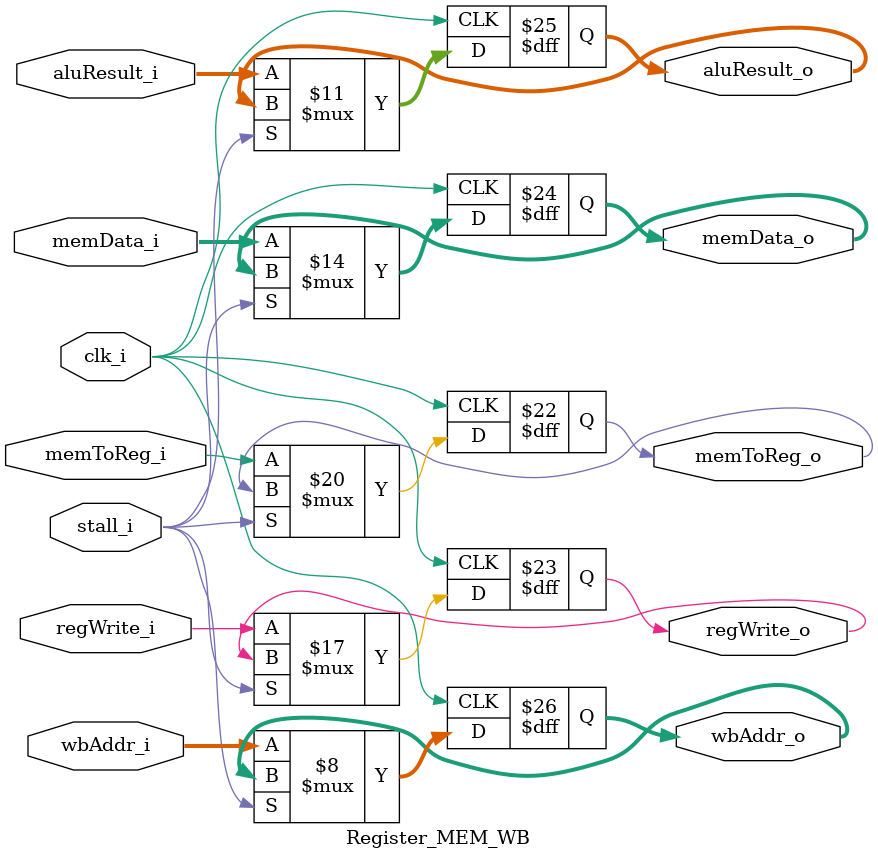
<source format=v>
module Register_MEM_WB
(
    clk_i,
    stall_i,

    memToReg_i,
    regWrite_i,
    memData_i,
    aluResult_i,
    wbAddr_i,

    memToReg_o,
    regWrite_o,
    memData_o,
    aluResult_o,
    wbAddr_o
);

// Interface
input               clk_i;
input               stall_i;

input               memToReg_i;
input               regWrite_i;
input       [31:0]  memData_i;
input       [31:0]  aluResult_i;
input       [4:0]   wbAddr_i;

output  reg         memToReg_o = 0;
output  reg         regWrite_o = 0;
output  reg [31:0]  memData_o = 0;
output  reg [31:0]  aluResult_o = 0;
output  reg [4:0]   wbAddr_o = 0;


// Calculation
always @ (posedge clk_i) begin
    if (stall_i) begin
    end 
    else begin
        memToReg_o  <= memToReg_i;
        regWrite_o  <= regWrite_i;
        memData_o   <= memData_i;
        aluResult_o <= aluResult_i;
        wbAddr_o    <= wbAddr_i;       
    end
end


endmodule
</source>
